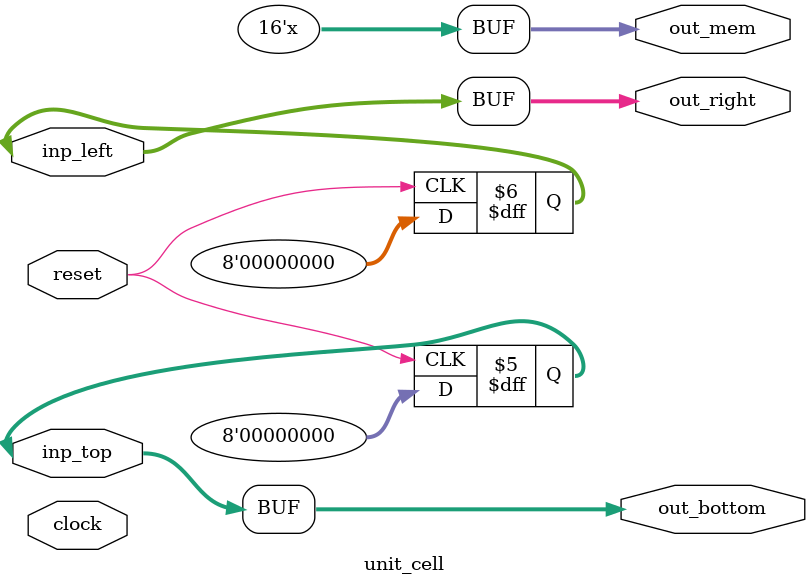
<source format=v>
module unit_cell
# (
    parameter WIDTH = 8
)
(
    input wire clock,
    input wire reset,
    input wire [WIDTH - 1 : 0] inp_left,
    input wire [WIDTH - 1 : 0] inp_top,
    output reg [WIDTH - 1 : 0] out_bottom,
    output reg [WIDTH - 1 : 0] out_right,
    output reg [2*WIDTH - 1 : 0] out_mem
);

    always @(posedge reset)
    begin
        out_mem <= 0;
        out_bottom <= 0;
        out_right <= 0;
    end

    always @(clock)
    begin
        out_mem <= out_mem + inp_left*inp_top;
        out_right <= inp_left;
        out_bottom <= inp_top;
    end

endmodule

</source>
